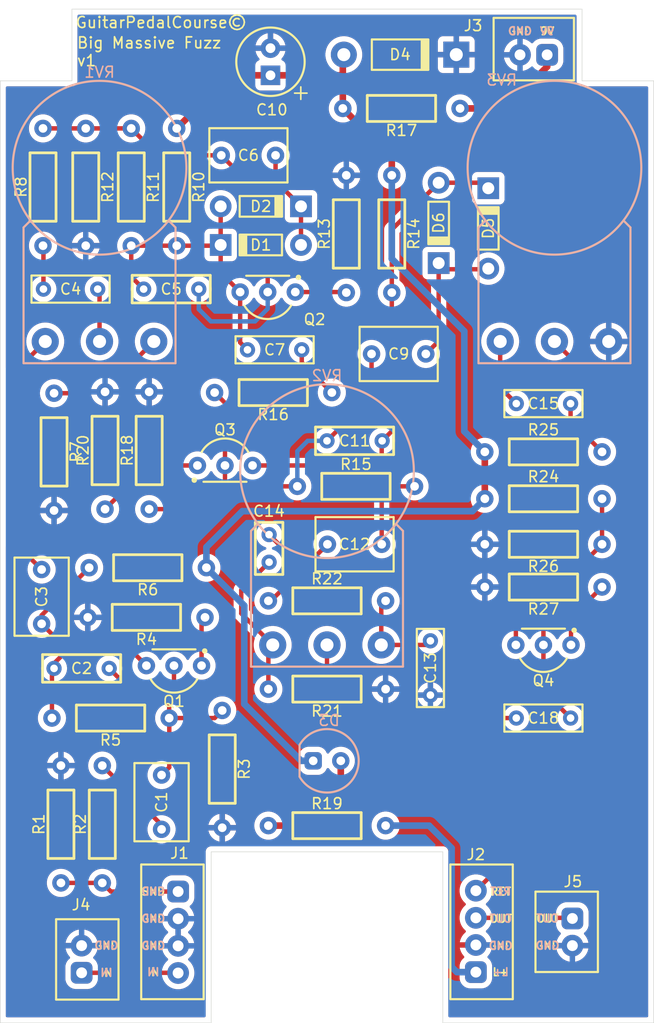
<source format=kicad_pcb>
(kicad_pcb (version 20241229) (generator "pcbnew") (generator_version "9.0")
  (layers (0 "F.Cu" signal) (2 "B.Cu" signal) (13 "F.Paste" user) (15 "B.Paste" user) (5 "F.SilkS" user "F.Silkscreen") (7 "B.SilkS" user "B.Silkscreen") (1 "F.Mask" user) (3 "B.Mask" user) (25 "Edge.Cuts" user))
  (net 0 "")
  (net 1 "Net-(C1-Pad1)")
  (net 2 "Net-(D1-A)")
  (net 3 "Net-(C2-Pad2)")
  (net 4 "Net-(D1-K)")
  (net 5 "/SEND")
  (net 6 "Net-(C4-Pad2)")
  (net 7 "Net-(C5-Pad1)")
  (net 8 "Net-(C1-Pad2)")
  (net 9 "Net-(C3-Pad2)")
  (net 10 "Net-(C4-Pad1)")
  (net 11 "Net-(C7-Pad2)")
  (net 12 "GND")
  (net 13 "Net-(D5-K)")
  (net 14 "/RETURN")
  (net 15 "+VA")
  (net 16 "Net-(C11-Pad1)")
  (net 17 "Net-(D3-K)")
  (net 18 "/IN")
  (net 19 "/LED+")
  (net 20 "/OUT")
  (net 21 "Net-(J3-Pad1)")
  (net 22 "Net-(D5-A)")
  (net 23 "Net-(Q2-PadE)")
  (net 24 "Net-(C12-Pad2)")
  (net 25 "Net-(C13-Pad2)")
  (net 26 "Net-(C14-Pad1)")
  (net 27 "Net-(C15-Pad2)")
  (net 28 "Net-(C15-Pad1)")
  (net 29 "Net-(C18-Pad2)")
  (net 30 "Net-(C18-Pad1)")
  (net 31 "Net-(Q1-PadE)")
  (net 32 "Net-(Q3-PadE)")
  (net 33 "Net-(Q4-PadE)")
  (net 34 "Net-(R7-Pad1)")
  (footprint "Wampler:RESISTOR_1_4W" (layer "F.Cu") (at 13.589 -62.738 180)
    (property "Reference" "R4" (at 0 -2.027 180) (layer "F.SilkS"))
    (property "Value" "100R")
    (pad "1" thru_hole circle (at -5.4 0 180) (size 1.6 1.6) (drill 0.8) (layers "*.Cu" "*.Mask") (net 31 "Net-(Q1-PadE)"))
    (pad "2" thru_hole circle (at 5.4 0 180) (size 1.6 1.6) (drill 0.8) (layers "*.Cu" "*.Mask") (net 12 "GND"))
  )
  (footprint "Wampler:RESISTOR_1_4W" (layer "F.Cu") (at 8.001 -102.362 -90)
    (property "Reference" "R12" (at 0 -2.027 270) (layer "F.SilkS"))
    (property "Value" "100k")
    (pad "1" thru_hole circle (at -5.4 0 270) (size 1.6 1.6) (drill 0.8) (layers "*.Cu" "*.Mask") (net 7 "Net-(C5-Pad1)"))
    (pad "2" thru_hole circle (at 5.4 0 270) (size 1.6 1.6) (drill 0.8) (layers "*.Cu" "*.Mask") (net 12 "GND"))
  )
  (footprint "Wampler:CONNECTOR_4" (layer "F.Cu") (at 16.51 -33.782 -90)
    (property "Reference" "J1" (at -7.239 -0.127 180) (layer "F.SilkS"))
    (property "Value" "~")
    (pad "1" thru_hole roundrect (at -3.71 0 270) (size 2 2) (drill 1) (layers "*.Cu" "*.Mask") (net 5 "/SEND"))
    (pad "2" thru_hole circle (at -1.21 0 270) (size 2 2) (drill 1) (layers "*.Cu" "*.Mask") (net 12 "GND"))
    (pad "3" thru_hole circle (at 1.29 0 270) (size 2 2) (drill 1) (layers "*.Cu" "*.Mask") (net 12 "GND"))
    (pad "4" thru_hole circle (at 3.79 0 270) (size 2 2) (drill 1) (layers "*.Cu" "*.Mask") (net 18 "/IN"))
  )
  (footprint "Wampler:RESISTOR_1_4W" (layer "F.Cu") (at 36.195 -98.044 -90)
    (property "Reference" "R14" (at 0 -2.027 270) (layer "F.SilkS"))
    (property "Value" "10k")
    (pad "1" thru_hole circle (at -5.4 0 270) (size 1.6 1.6) (drill 0.8) (layers "*.Cu" "*.Mask") (net 15 "+VA"))
    (pad "2" thru_hole circle (at 5.4 0 270) (size 1.6 1.6) (drill 0.8) (layers "*.Cu" "*.Mask") (net 22 "Net-(D5-A)"))
  )
  (footprint "Wampler:RESISTOR_1_4W" (layer "F.Cu") (at 5.08 -77.978 -90)
    (property "Reference" "R7" (at 0 -2.027 270) (layer "F.SilkS"))
    (property "Value" "1k")
    (pad "1" thru_hole circle (at -5.4 0 270) (size 1.6 1.6) (drill 0.8) (layers "*.Cu" "*.Mask") (net 34 "Net-(R7-Pad1)"))
    (pad "2" thru_hole circle (at 5.4 0 270) (size 1.6 1.6) (drill 0.8) (layers "*.Cu" "*.Mask") (net 12 "GND"))
  )
  (footprint "Wampler:RESISTOR_1_4W" (layer "F.Cu") (at 9.525 -43.688 90)
    (property "Reference" "R2" (at 0 -2.027 90) (layer "F.SilkS"))
    (property "Value" "39k")
    (pad "1" thru_hole circle (at -5.4 0 90) (size 1.6 1.6) (drill 0.8) (layers "*.Cu" "*.Mask") (net 5 "/SEND"))
    (pad "2" thru_hole circle (at 5.4 0 90) (size 1.6 1.6) (drill 0.8) (layers "*.Cu" "*.Mask") (net 1 "Net-(C1-Pad1)"))
  )
  (footprint "Wampler:CAP_FILM_1UF" (layer "F.Cu") (at 36.83 -86.995)
    (property "Reference" "C9" (at 0 0 0) (layer "F.SilkS"))
    (property "Value" "1u")
    (pad "1" thru_hole circle (at -2.5 0) (size 1.6 1.6) (drill 0.8) (layers "*.Cu" "*.Mask") (net 16 "Net-(C11-Pad1)"))
    (pad "2" thru_hole circle (at 2.5 0) (size 1.6 1.6) (drill 0.8) (layers "*.Cu" "*.Mask") (net 13 "Net-(D5-K)"))
  )
  (footprint "Wampler:RESISTOR_1_4W" (layer "F.Cu") (at 5.715 -43.688 90)
    (property "Reference" "R1" (at 0 -2.027 90) (layer "F.SilkS"))
    (property "Value" "1M")
    (pad "1" thru_hole circle (at -5.4 0 90) (size 1.6 1.6) (drill 0.8) (layers "*.Cu" "*.Mask") (net 5 "/SEND"))
    (pad "2" thru_hole circle (at 5.4 0 90) (size 1.6 1.6) (drill 0.8) (layers "*.Cu" "*.Mask") (net 12 "GND"))
  )
  (footprint "Wampler:RESISTOR_1_4W" (layer "F.Cu") (at 50.165 -77.978)
    (property "Reference" "R25" (at 0 -2.027 0) (layer "F.SilkS"))
    (property "Value" "15k")
    (pad "1" thru_hole circle (at -5.4 0) (size 1.6 1.6) (drill 0.8) (layers "*.Cu" "*.Mask") (net 15 "+VA"))
    (pad "2" thru_hole circle (at 5.4 0) (size 1.6 1.6) (drill 0.8) (layers "*.Cu" "*.Mask") (net 28 "Net-(C15-Pad1)"))
  )
  (footprint "Wampler:RESISTOR_1_4W" (layer "F.Cu") (at 50.165 -69.469 180)
    (property "Reference" "R26" (at 0 -2.027 180) (layer "F.SilkS"))
    (property "Value" "100k")
    (pad "1" thru_hole circle (at -5.4 0 180) (size 1.6 1.6) (drill 0.8) (layers "*.Cu" "*.Mask") (net 29 "Net-(C18-Pad2)"))
    (pad "2" thru_hole circle (at 5.4 0 180) (size 1.6 1.6) (drill 0.8) (layers "*.Cu" "*.Mask") (net 12 "GND"))
  )
  (footprint "Wampler:DIODE_1N4148" (layer "F.Cu") (at 24.13 -97.028 180)
    (property "Reference" "D1" (at 0 0 0) (layer "F.SilkS"))
    (property "Value" "1N4148")
    (pad "1" thru_hole circle (at -3.7 0 180) (size 2 2) (drill 1.1) (layers "*.Cu" "*.Mask") (net 4 "Net-(D1-K)"))
    (pad "2" thru_hole rect (at 3.7 0 180) (size 2 2) (drill 1.1) (layers "*.Cu" "*.Mask") (net 2 "Net-(D1-A)"))
  )
  (footprint "Wampler:CONNECTOR_2" (layer "F.Cu") (at 7.62 -31.242 90)
    (property "Reference" "J4" (at 5.0292 -0.0508 180) (layer "F.SilkS"))
    (property "Value" "~")
    (pad "1" thru_hole roundrect (at -1.23 0 90) (size 2 2) (drill 1) (layers "*.Cu" "*.Mask") (net 18 "/IN"))
    (pad "2" thru_hole circle (at 1.27 0 90) (size 2 2) (drill 1) (layers "*.Cu" "*.Mask") (net 12 "GND"))
  )
  (footprint "Wampler:CAP_FILM_1UF" (layer "F.Cu") (at 3.937 -64.643 90)
    (property "Reference" "C3" (at 0 0 90) (layer "F.SilkS"))
    (property "Value" "1u")
    (pad "1" thru_hole circle (at -2.5 0 90) (size 1.6 1.6) (drill 0.8) (layers "*.Cu" "*.Mask") (net 3 "Net-(C2-Pad2)"))
    (pad "2" thru_hole circle (at 2.5 0 90) (size 1.6 1.6) (drill 0.8) (layers "*.Cu" "*.Mask") (net 9 "Net-(C3-Pad2)"))
  )
  (footprint "Wampler:RESISTOR_1_4W" (layer "F.Cu") (at 30.226 -64.262)
    (property "Reference" "R22" (at 0 -2.027 0) (layer "F.SilkS"))
    (property "Value" "39k")
    (pad "1" thru_hole circle (at -5.4 0) (size 1.6 1.6) (drill 0.8) (layers "*.Cu" "*.Mask") (net 24 "Net-(C12-Pad2)"))
    (pad "2" thru_hole circle (at 5.4 0) (size 1.6 1.6) (drill 0.8) (layers "*.Cu" "*.Mask") (net 25 "Net-(C13-Pad2)"))
  )
  (footprint "Wampler:DIODE_1N4001" (layer "F.Cu") (at 36.957 -114.554)
    (property "Reference" "D4" (at 0 0 0) (layer "F.SilkS"))
    (property "Value" "1N4001")
    (pad "1" thru_hole circle (at -5.18 0) (size 2.4 2.4) (drill 1.2) (layers "*.Cu" "*.Mask") (net 15 "+VA"))
    (pad "2" thru_hole rect (at 5.18 0) (size 2.4 2.4) (drill 1.2) (layers "*.Cu" "*.Mask") (net 12 "GND"))
  )
  (footprint "Wampler:RESISTOR_1_4W" (layer "F.Cu") (at 4.064 -102.362 90)
    (property "Reference" "R8" (at 0 -2.027 90) (layer "F.SilkS"))
    (property "Value" "10k")
    (pad "1" thru_hole circle (at -5.4 0 90) (size 1.6 1.6) (drill 0.8) (layers "*.Cu" "*.Mask") (net 6 "Net-(C4-Pad2)"))
    (pad "2" thru_hole circle (at 5.4 0 90) (size 1.6 1.6) (drill 0.8) (layers "*.Cu" "*.Mask") (net 7 "Net-(C5-Pad1)"))
  )
  (footprint "Wampler:CAP_MLCC_3.9NF" (layer "F.Cu") (at 24.892 -69.088 180)
    (property "Reference" "C14" (at 0.015 3.429 0) (layer "F.SilkS"))
    (property "Value" "3.9n")
    (pad "1" thru_hole circle (at 0 -1.27 180) (size 1.4 1.4) (drill 0.7) (layers "*.Cu" "*.Mask") (net 26 "Net-(C14-Pad1)"))
    (pad "2" thru_hole circle (at 0 1.27 180) (size 1.4 1.4) (drill 0.7) (layers "*.Cu" "*.Mask") (net 24 "Net-(C12-Pad2)"))
  )
  (footprint "Wampler:RESISTOR_1_4W" (layer "F.Cu") (at 10.287 -53.467 180)
    (property "Reference" "R5" (at 0 -2.027 180) (layer "F.SilkS"))
    (property "Value" "470k")
    (pad "1" thru_hole circle (at -5.4 0 180) (size 1.6 1.6) (drill 0.8) (layers "*.Cu" "*.Mask") (net 8 "Net-(C1-Pad2)"))
    (pad "2" thru_hole circle (at 5.4 0 180) (size 1.6 1.6) (drill 0.8) (layers "*.Cu" "*.Mask") (net 3 "Net-(C2-Pad2)"))
  )
  (footprint "Wampler:RESISTOR_1_4W" (layer "F.Cu") (at 32.004 -98.044 90)
    (property "Reference" "R13" (at 0 -2.027 90) (layer "F.SilkS"))
    (property "Value" "150R")
    (pad "1" thru_hole circle (at -5.4 0 90) (size 1.6 1.6) (drill 0.8) (layers "*.Cu" "*.Mask") (net 23 "Net-(Q2-PadE)"))
    (pad "2" thru_hole circle (at 5.4 0 90) (size 1.6 1.6) (drill 0.8) (layers "*.Cu" "*.Mask") (net 12 "GND"))
  )
  (footprint "Wampler:CAP_MLCC_470PF" (layer "F.Cu") (at 7.62 -58.039 -90)
    (property "Reference" "C2" (at 0 0 0) (layer "F.SilkS"))
    (property "Value" "470p")
    (pad "1" thru_hole circle (at 0 -2.54 270) (size 1.4 1.4) (drill 0.7) (layers "*.Cu" "*.Mask") (net 8 "Net-(C1-Pad2)"))
    (pad "2" thru_hole circle (at 0 2.54 270) (size 1.4 1.4) (drill 0.7) (layers "*.Cu" "*.Mask") (net 3 "Net-(C2-Pad2)"))
  )
  (footprint "Wampler:CAP_ELEC_100UF" (layer "F.Cu") (at 25.019 -113.899 90)
    (property "Reference" "C10" (at -4.425 0.127 180) (layer "F.SilkS"))
    (property "Value" "100u 35V")
    (fp_text user "+" (at -3.917 3.556 90) (layer "F.SilkS") (effects (font (size 1.5 1.5)) (justify left bottom)))
    (pad "1" thru_hole rect (at -1.25 0 90) (size 1.8 1.8) (drill 0.9) (layers "*.Cu" "*.Mask") (net 15 "+VA"))
    (pad "2" thru_hole circle (at 1.25 0 90) (size 1.8 1.8) (drill 0.9) (layers "*.Cu" "*.Mask") (net 12 "GND"))
  )
  (footprint "Wampler:BJT_2N5088" (layer "F.Cu") (at 20.828 -76.72399)
    (property "Reference" "Q3" (at 0 -3.28402 0) (layer "F.SilkS"))
    (property "Value" "2N5088")
    (pad "B" thru_hole circle (at 0 0) (size 1.6 1.6) (drill 0.8) (layers "*.Cu" "*.Mask") (net 16 "Net-(C11-Pad1)"))
    (pad "C" thru_hole circle (at 2.54 0) (size 1.6 1.6) (drill 0.8) (layers "*.Cu" "*.Mask") (net 22 "Net-(D5-A)"))
    (pad "E" thru_hole circle (at -2.54 0) (size 1.6 1.6) (drill 0.8) (layers "*.Cu" "*.Mask") (net 32 "Net-(Q3-PadE)"))
  )
  (footprint "Wampler:RESISTOR_1_4W" (layer "F.Cu") (at 12.192 -102.362 -90)
    (property "Reference" "R11" (at 0 -2.027 270) (layer "F.SilkS"))
    (property "Value" "470k")
    (pad "1" thru_hole circle (at -5.4 0 270) (size 1.6 1.6) (drill 0.8) (layers "*.Cu" "*.Mask") (net 7 "Net-(C5-Pad1)"))
    (pad "2" thru_hole circle (at 5.4 0 270) (size 1.6 1.6) (drill 0.8) (layers "*.Cu" "*.Mask") (net 2 "Net-(D1-A)"))
  )
  (footprint "Wampler:CAP_FILM_100NF" (layer "F.Cu") (at 25.4 -87.376 90)
    (property "Reference" "C7" (at 0 0 0) (layer "F.SilkS"))
    (property "Value" "100n")
    (pad "1" thru_hole circle (at 0 -2.5 90) (size 1.4 1.4) (drill 0.7) (layers "*.Cu" "*.Mask") (net 2 "Net-(D1-A)"))
    (pad "2" thru_hole circle (at 0 2.5 90) (size 1.4 1.4) (drill 0.7) (layers "*.Cu" "*.Mask") (net 11 "Net-(C7-Pad2)"))
  )
  (footprint "Wampler:BJT_2N5088" (layer "F.Cu") (at 50.165 -60.198 180)
    (property "Reference" "Q4" (at 0 -3.28402 0) (layer "F.SilkS"))
    (property "Value" "2N5088")
    (pad "B" thru_hole circle (at 0 0 180) (size 1.6 1.6) (drill 0.8) (layers "*.Cu" "*.Mask") (net 29 "Net-(C18-Pad2)"))
    (pad "C" thru_hole circle (at 2.54 0 180) (size 1.6 1.6) (drill 0.8) (layers "*.Cu" "*.Mask") (net 28 "Net-(C15-Pad1)"))
    (pad "E" thru_hole circle (at -2.54 0 180) (size 1.6 1.6) (drill 0.8) (layers "*.Cu" "*.Mask") (net 33 "Net-(Q4-PadE)"))
  )
  (footprint "Wampler:RESISTOR_1_4W" (layer "F.Cu") (at 9.779 -78.105 90)
    (property "Reference" "R20" (at 0 -2.027 90) (layer "F.SilkS"))
    (property "Value" "150R")
    (pad "1" thru_hole circle (at -5.4 0 90) (size 1.6 1.6) (drill 0.8) (layers "*.Cu" "*.Mask") (net 32 "Net-(Q3-PadE)"))
    (pad "2" thru_hole circle (at 5.4 0 90) (size 1.6 1.6) (drill 0.8) (layers "*.Cu" "*.Mask") (net 12 "GND"))
  )
  (footprint "Wampler:CAP_MLCC_470PF" (layer "F.Cu") (at 32.766 -78.994 90)
    (property "Reference" "C11" (at 0 0 0) (layer "F.SilkS"))
    (property "Value" "470p")
    (pad "1" thru_hole circle (at 0 -2.54 90) (size 1.4 1.4) (drill 0.7) (layers "*.Cu" "*.Mask") (net 16 "Net-(C11-Pad1)"))
    (pad "2" thru_hole circle (at 0 2.54 90) (size 1.4 1.4) (drill 0.7) (layers "*.Cu" "*.Mask") (net 22 "Net-(D5-A)"))
  )
  (footprint "Wampler:RESISTOR_1_4W" (layer "F.Cu") (at 32.893 -74.803)
    (property "Reference" "R15" (at 0 -2.027 0) (layer "F.SilkS"))
    (property "Value" "470k")
    (pad "1" thru_hole circle (at -5.4 0) (size 1.6 1.6) (drill 0.8) (layers "*.Cu" "*.Mask") (net 16 "Net-(C11-Pad1)"))
    (pad "2" thru_hole circle (at 5.4 0) (size 1.6 1.6) (drill 0.8) (layers "*.Cu" "*.Mask") (net 22 "Net-(D5-A)"))
  )
  (footprint "Wampler:CONNECTOR_4" (layer "F.Cu") (at 43.942 -33.782 90)
    (property "Reference" "J2" (at 7.112 0 180) (layer "F.SilkS"))
    (property "Value" "~")
    (pad "1" thru_hole roundrect (at -3.71 0 90) (size 2 2) (drill 1) (layers "*.Cu" "*.Mask") (net 19 "/LED+"))
    (pad "2" thru_hole circle (at -1.21 0 90) (size 2 2) (drill 1) (layers "*.Cu" "*.Mask") (net 12 "GND"))
    (pad "3" thru_hole circle (at 1.29 0 90) (size 2 2) (drill 1) (layers "*.Cu" "*.Mask") (net 20 "/OUT"))
    (pad "4" thru_hole circle (at 3.79 0 90) (size 2 2) (drill 1) (layers "*.Cu" "*.Mask") (net 14 "/RETURN"))
  )
  (footprint "Wampler:RESISTOR_1_4W" (layer "F.Cu") (at 50.165 -65.532 180)
    (property "Reference" "R27" (at 0 -2.027 180) (layer "F.SilkS"))
    (property "Value" "3.3k")
    (pad "1" thru_hole circle (at -5.4 0 180) (size 1.6 1.6) (drill 0.8) (layers "*.Cu" "*.Mask") (net 33 "Net-(Q4-PadE)"))
    (pad "2" thru_hole circle (at 5.4 0 180) (size 1.6 1.6) (drill 0.8) (layers "*.Cu" "*.Mask") (net 12 "GND"))
  )
  (footprint "Wampler:BJT_2N5088" (layer "F.Cu") (at 24.765 -92.69401 180)
    (property "Reference" "Q2" (at -4.318 -2.52401 0) (layer "F.SilkS"))
    (property "Value" "2N5088")
    (pad "B" thru_hole circle (at 0 0 180) (size 1.6 1.6) (drill 0.8) (layers "*.Cu" "*.Mask") (net 7 "Net-(C5-Pad1)"))
    (pad "C" thru_hole circle (at 2.54 0 180) (size 1.6 1.6) (drill 0.8) (layers "*.Cu" "*.Mask") (net 2 "Net-(D1-A)"))
    (pad "E" thru_hole circle (at -2.54 0 180) (size 1.6 1.6) (drill 0.8) (layers "*.Cu" "*.Mask") (net 23 "Net-(Q2-PadE)"))
  )
  (footprint "Wampler:RESISTOR_1_4W" (layer "F.Cu") (at 37.084 -109.601 180)
    (property "Reference" "R17" (at 0 -2.027 180) (layer "F.SilkS"))
    (property "Value" "10R")
    (pad "1" thru_hole circle (at -5.4 0 180) (size 1.6 1.6) (drill 0.8) (layers "*.Cu" "*.Mask") (net 21 "Net-(J3-Pad1)"))
    (pad "2" thru_hole circle (at 5.4 0 180) (size 1.6 1.6) (drill 0.8) (layers "*.Cu" "*.Mask") (net 15 "+VA"))
  )
  (footprint "Wampler:CONNECTOR_2" (layer "F.Cu") (at 52.832 -33.782 -90)
    (property "Reference" "J5" (at -4.6228 -0.0508 180) (layer "F.SilkS"))
    (property "Value" "~")
    (pad "1" thru_hole roundrect (at -1.23 0 270) (size 2 2) (drill 1) (layers "*.Cu" "*.Mask") (net 20 "/OUT"))
    (pad "2" thru_hole circle (at 1.27 0 270) (size 2 2) (drill 1) (layers "*.Cu" "*.Mask") (net 12 "GND"))
  )
  (footprint "Wampler:CAP_MLCC_470PF" (layer "F.Cu") (at 15.875 -92.964 -90)
    (property "Reference" "C5" (at 0 0 0) (layer "F.SilkS"))
    (property "Value" "470p")
    (pad "1" thru_hole circle (at 0 -2.54 270) (size 1.4 1.4) (drill 0.7) (layers "*.Cu" "*.Mask") (net 7 "Net-(C5-Pad1)"))
    (pad "2" thru_hole circle (at 0 2.54 270) (size 1.4 1.4) (drill 0.7) (layers "*.Cu" "*.Mask") (net 2 "Net-(D1-A)"))
  )
  (footprint "Wampler:CAP_FILM_10NF" (layer "F.Cu") (at 39.751 -58.079 180)
    (property "Reference" "C13" (at 0 0 90) (layer "F.SilkS"))
    (property "Value" "10n")
    (pad "1" thru_hole circle (at 0 -2.5 180) (size 1.4 1.4) (drill 0.7) (layers "*.Cu" "*.Mask") (net 12 "GND"))
    (pad "2" thru_hole circle (at 0 2.5 180) (size 1.4 1.4) (drill 0.7) (layers "*.Cu" "*.Mask") (net 25 "Net-(C13-Pad2)"))
  )
  (footprint "Wampler:CAP_FILM_100NF" (layer "F.Cu") (at 50.165 -82.423 -90)
    (property "Reference" "C15" (at 0 0 0) (layer "F.SilkS"))
    (property "Value" "100n")
    (pad "1" thru_hole circle (at 0 -2.5 270) (size 1.4 1.4) (drill 0.7) (layers "*.Cu" "*.Mask") (net 28 "Net-(C15-Pad1)"))
    (pad "2" thru_hole circle (at 0 2.5 270) (size 1.4 1.4) (drill 0.7) (layers "*.Cu" "*.Mask") (net 27 "Net-(C15-Pad2)"))
  )
  (footprint "Wampler:CAP_FILM_1UF" (layer "F.Cu") (at 14.986 -45.72 90)
    (property "Reference" "C1" (at 0 0 90) (layer "F.SilkS"))
    (property "Value" "1u")
    (pad "1" thru_hole circle (at -2.5 0 90) (size 1.6 1.6) (drill 0.8) (layers "*.Cu" "*.Mask") (net 1 "Net-(C1-Pad1)"))
    (pad "2" thru_hole circle (at 2.5 0 90) (size 1.6 1.6) (drill 0.8) (layers "*.Cu" "*.Mask") (net 8 "Net-(C1-Pad2)"))
  )
  (footprint "Wampler:CAP_FILM_100NF" (layer "F.Cu") (at 50.165 -53.467 90)
    (property "Reference" "C18" (at 0 0 0) (layer "F.SilkS"))
    (property "Value" "100n")
    (pad "1" thru_hole circle (at 0 -2.5 90) (size 1.4 1.4) (drill 0.7) (layers "*.Cu" "*.Mask") (net 30 "Net-(C18-Pad1)"))
    (pad "2" thru_hole circle (at 0 2.5 90) (size 1.4 1.4) (drill 0.7) (layers "*.Cu" "*.Mask") (net 29 "Net-(C18-Pad2)"))
  )
  (footprint "Wampler:DIODE_1N4148" (layer "F.Cu") (at 40.513 -99.06 -90)
    (property "Reference" "D6" (at 0 0 90) (layer "F.SilkS"))
    (property "Value" "1N4148")
    (pad "1" thru_hole circle (at -3.7 0 270) (size 2 2) (drill 1.1) (layers "*.Cu" "*.Mask") (net 22 "Net-(D5-A)"))
    (pad "2" thru_hole rect (at 3.7 0 270) (size 2 2) (drill 1.1) (layers "*.Cu" "*.Mask") (net 13 "Net-(D5-K)"))
  )
  (footprint "Wampler:RESISTOR_1_4W" (layer "F.Cu") (at 50.165 -73.66)
    (property "Reference" "R24" (at 0 -2.027 0) (layer "F.SilkS"))
    (property "Value" "430k")
    (pad "1" thru_hole circle (at -5.4 0) (size 1.6 1.6) (drill 0.8) (layers "*.Cu" "*.Mask") (net 15 "+VA"))
    (pad "2" thru_hole circle (at 5.4 0) (size 1.6 1.6) (drill 0.8) (layers "*.Cu" "*.Mask") (net 29 "Net-(C18-Pad2)"))
  )
  (footprint "Wampler:RESISTOR_1_4W" (layer "F.Cu") (at 25.273 -83.439 180)
    (property "Reference" "R16" (at 0 -2.027 180) (layer "F.SilkS"))
    (property "Value" "10k")
    (pad "1" thru_hole circle (at -5.4 0 180) (size 1.6 1.6) (drill 0.8) (layers "*.Cu" "*.Mask") (net 11 "Net-(C7-Pad2)"))
    (pad "2" thru_hole circle (at 5.4 0 180) (size 1.6 1.6) (drill 0.8) (layers "*.Cu" "*.Mask") (net 16 "Net-(C11-Pad1)"))
  )
  (footprint "Wampler:RESISTOR_1_4W" (layer "F.Cu") (at 13.716 -67.31 180)
    (property "Reference" "R6" (at 0 -2.027 180) (layer "F.SilkS"))
    (property "Value" "10k")
    (pad "1" thru_hole circle (at -5.4 0 180) (size 1.6 1.6) (drill 0.8) (layers "*.Cu" "*.Mask") (net 15 "+VA"))
    (pad "2" thru_hole circle (at 5.4 0 180) (size 1.6 1.6) (drill 0.8) (layers "*.Cu" "*.Mask") (net 3 "Net-(C2-Pad2)"))
  )
  (footprint "Wampler:RESISTOR_1_4W" (layer "F.Cu") (at 30.226 -43.561)
    (property "Reference" "R19" (at 0 -2.027 0) (layer "F.SilkS"))
    (property "Value" "1k")
    (pad "1" thru_hole circle (at -5.4 0) (size 1.6 1.6) (drill 0.8) (layers "*.Cu" "*.Mask") (net 17 "Net-(D3-K)"))
    (pad "2" thru_hole circle (at 5.4 0) (size 1.6 1.6) (drill 0.8) (layers "*.Cu" "*.Mask") (net 19 "/LED+"))
  )
  (footprint "Wampler:CAP_FILM_1UF" (layer "F.Cu") (at 22.987 -105.283)
    (property "Reference" "C6" (at 0 0 0) (layer "F.SilkS"))
    (property "Value" "1u")
    (pad "1" thru_hole circle (at -2.5 0) (size 1.6 1.6) (drill 0.8) (layers "*.Cu" "*.Mask") (net 7 "Net-(C5-Pad1)"))
    (pad "2" thru_hole circle (at 2.5 0) (size 1.6 1.6) (drill 0.8) (layers "*.Cu" "*.Mask") (net 4 "Net-(D1-K)"))
  )
  (footprint "Wampler:DIODE_1N4148" (layer "F.Cu") (at 24.13 -100.584)
    (property "Reference" "D2" (at 0 0 0) (layer "F.SilkS"))
    (property "Value" "1N4148")
    (pad "1" thru_hole circle (at -3.7 0) (size 2 2) (drill 1.1) (layers "*.Cu" "*.Mask") (net 2 "Net-(D1-A)"))
    (pad "2" thru_hole rect (at 3.7 0) (size 2 2) (drill 1.1) (layers "*.Cu" "*.Mask") (net 4 "Net-(D1-K)"))
  )
  (footprint "Wampler:RESISTOR_1_4W" (layer "F.Cu") (at 13.843 -78.105 90)
    (property "Reference" "R18" (at 0 -2.027 90) (layer "F.SilkS"))
    (property "Value" "100k")
    (pad "1" thru_hole circle (at -5.4 0 90) (size 1.6 1.6) (drill 0.8) (layers "*.Cu" "*.Mask") (net 16 "Net-(C11-Pad1)"))
    (pad "2" thru_hole circle (at 5.4 0 90) (size 1.6 1.6) (drill 0.8) (layers "*.Cu" "*.Mask") (net 12 "GND"))
  )
  (footprint "Wampler:CONNECTOR_2" (layer "F.Cu") (at 49.276 -114.537 180)
    (property "Reference" "J3" (at 5.588 2.684 0) (layer "F.SilkS"))
    (property "Value" "~")
    (pad "1" thru_hole roundrect (at -1.23 0 180) (size 2 2) (drill 1) (layers "*.Cu" "*.Mask") (net 21 "Net-(J3-Pad1)"))
    (pad "2" thru_hole circle (at 1.27 0 180) (size 2 2) (drill 1) (layers "*.Cu" "*.Mask") (net 12 "GND"))
  )
  (footprint "Wampler:CAP_FILM_100NF" (layer "F.Cu") (at 6.604 -92.964 -90)
    (property "Reference" "C4" (at 0 0 0) (layer "F.SilkS"))
    (property "Value" "100n")
    (pad "1" thru_hole circle (at 0 -2.5 270) (size 1.4 1.4) (drill 0.7) (layers "*.Cu" "*.Mask") (net 10 "Net-(C4-Pad1)"))
    (pad "2" thru_hole circle (at 0 2.5 270) (size 1.4 1.4) (drill 0.7) (layers "*.Cu" "*.Mask") (net 6 "Net-(C4-Pad2)"))
  )
  (footprint "Wampler:BJT_2N5088" (layer "F.Cu") (at 16.129 -58.293 180)
    (property "Reference" "Q1" (at 0 -3.28402 0) (layer "F.SilkS"))
    (property "Value" "2N5088")
    (pad "B" thru_hole circle (at 0 0 180) (size 1.6 1.6) (drill 0.8) (layers "*.Cu" "*.Mask") (net 8 "Net-(C1-Pad2)"))
    (pad "C" thru_hole circle (at 2.54 0 180) (size 1.6 1.6) (drill 0.8) (layers "*.Cu" "*.Mask") (net 3 "Net-(C2-Pad2)"))
    (pad "E" thru_hole circle (at -2.54 0 180) (size 1.6 1.6) (drill 0.8) (layers "*.Cu" "*.Mask") (net 31 "Net-(Q1-PadE)"))
  )
  (footprint "Wampler:RESISTOR_1_4W" (layer "F.Cu") (at 16.383 -102.362 -90)
    (property "Reference" "R10" (at 0 -2.027 270) (layer "F.SilkS"))
    (property "Value" "10k")
    (pad "1" thru_hole circle (at -5.4 0 270) (size 1.6 1.6) (drill 0.8) (layers "*.Cu" "*.Mask") (net 15 "+VA"))
    (pad "2" thru_hole circle (at 5.4 0 270) (size 1.6 1.6) (drill 0.8) (layers "*.Cu" "*.Mask") (net 2 "Net-(D1-A)"))
  )
  (footprint "Wampler:DIODE_1N4148" (layer "F.Cu") (at 45.085 -98.552 90)
    (property "Reference" "D5" (at 0 0 90) (layer "F.SilkS"))
    (property "Value" "1N4148")
    (pad "1" thru_hole circle (at -3.7 0 90) (size 2 2) (drill 1.1) (layers "*.Cu" "*.Mask") (net 13 "Net-(D5-K)"))
    (pad "2" thru_hole rect (at 3.7 0 90) (size 2 2) (drill 1.1) (layers "*.Cu" "*.Mask") (net 22 "Net-(D5-A)"))
  )
  (footprint "Wampler:RESISTOR_1_4W" (layer "F.Cu") (at 20.574 -48.768 -90)
    (property "Reference" "R3" (at 0 -2.027 270) (layer "F.SilkS"))
    (property "Value" "47k")
    (pad "1" thru_hole circle (at -5.4 0 270) (size 1.6 1.6) (drill 0.8) (layers "*.Cu" "*.Mask") (net 8 "Net-(C1-Pad2)"))
    (pad "2" thru_hole circle (at 5.4 0 270) (size 1.6 1.6) (drill 0.8) (layers "*.Cu" "*.Mask") (net 12 "GND"))
  )
  (footprint "Wampler:CAP_FILM_1UF" (layer "F.Cu") (at 32.766 -69.469 180)
    (property "Reference" "C12" (at 0 0 0) (layer "F.SilkS"))
    (property "Value" "1u")
    (pad "1" thru_hole circle (at -2.5 0 180) (size 1.6 1.6) (drill 0.8) (layers "*.Cu" "*.Mask") (net 22 "Net-(D5-A)"))
    (pad "2" thru_hole circle (at 2.5 0 180) (size 1.6 1.6) (drill 0.8) (layers "*.Cu" "*.Mask") (net 24 "Net-(C12-Pad2)"))
  )
  (footprint "Wampler:RESISTOR_1_4W" (layer "F.Cu") (at 30.226 -56.134 180)
    (property "Reference" "R21" (at 0 -2.027 180) (layer "F.SilkS"))
    (property "Value" "22k")
    (pad "1" thru_hole circle (at -5.4 0 180) (size 1.6 1.6) (drill 0.8) (layers "*.Cu" "*.Mask") (net 12 "GND"))
    (pad "2" thru_hole circle (at 5.4 0 180) (size 1.6 1.6) (drill 0.8) (layers "*.Cu" "*.Mask") (net 26 "Net-(C14-Pad1)"))
  )
  (footprint "Wampler:POT_16MM_RA" (layer "B.Cu") (at 9.271 -104.14 180)
    (property "Reference" "RV1" (at 0 8.8 0) (layer "B.SilkS") (effects (justify mirror)))
    (property "Value" "100KB")
    (pad "1" thru_hole circle (at -5 -16 180) (size 2.5 2.5) (drill 1.2) (layers "*.Cu" "*.Mask") (net 34 "Net-(R7-Pad1)"))
    (pad "2" thru_hole circle (at 0 -16 180) (size 2.5 2.5) (drill 1.2) (layers "*.Cu" "*.Mask") (net 10 "Net-(C4-Pad1)"))
    (pad "3" thru_hole circle (at 5 -16 180) (size 2.5 2.5) (drill 1.2) (layers "*.Cu" "*.Mask") (net 9 "Net-(C3-Pad2)"))
  )
  (footprint "Wampler:POT_16MM_RA" (layer "B.Cu") (at 51.181 -104.14 180)
    (property "Reference" "RV3" (at 4.858305 8.077998 0) (layer "B.SilkS") (effects (justify mirror)))
    (property "Value" "100KA")
    (pad "1" thru_hole circle (at -5 -16 180) (size 2.5 2.5) (drill 1.2) (layers "*.Cu" "*.Mask") (net 12 "GND"))
    (pad "2" thru_hole circle (at 0 -16 180) (size 2.5 2.5) (drill 1.2) (layers "*.Cu" "*.Mask") (net 14 "/RETURN"))
    (pad "3" thru_hole circle (at 5 -16 180) (size 2.5 2.5) (drill 1.2) (layers "*.Cu" "*.Mask") (net 27 "Net-(C15-Pad2)"))
  )
  (footprint "Wampler:LED_5MM" (layer "B.Cu") (at 30.226 -49.53 180)
    (property "Reference" "D3" (at -0.195603 3.72 0) (layer "B.SilkS") (effects (justify mirror)))
    (property "Value" "LED")
    (pad "1" thru_hole circle (at -1.27 0 180) (size 1.6 1.6) (drill 0.8) (layers "*.Cu" "*.Mask") (net 17 "Net-(D3-K)"))
    (pad "2" thru_hole roundrect (at 1.27 0 180) (size 1.6 1.6) (drill 0.8) (layers "*.Cu" "*.Mask") (net 15 "+VA"))
  )
  (footprint "Wampler:POT_16MM_RA" (layer "B.Cu") (at 30.226 -76.2 180)
    (property "Reference" "RV2" (at 0 8.8 0) (layer "B.SilkS") (effects (justify mirror)))
    (property "Value" "100KB")
    (pad "1" thru_hole circle (at -5 -16 180) (size 2.5 2.5) (drill 1.2) (layers "*.Cu" "*.Mask") (net 25 "Net-(C13-Pad2)"))
    (pad "2" thru_hole circle (at 0 -16 180) (size 2.5 2.5) (drill 1.2) (layers "*.Cu" "*.Mask") (net 30 "Net-(C18-Pad1)"))
    (pad "3" thru_hole circle (at 5 -16 180) (size 2.5 2.5) (drill 1.2) (layers "*.Cu" "*.Mask") (net 26 "Net-(C14-Pad1)"))
  )
  (gr_line (start 53.721 -112.141) (end 60.325 -112.141) (stroke (width 0.0508)) (layer "Edge.Cuts"))
  (gr_line (start 6.731 -112.141) (end 6.731 -118.745) (stroke (width 0.0508)) (layer "Edge.Cuts"))
  (gr_line (start 40.894 -41.148) (end 40.894 -25.4) (stroke (width 0.0508)) (layer "Edge.Cuts"))
  (gr_line (start 60.325 -25.4) (end 60.325 -112.141) (stroke (width 0.0508)) (layer "Edge.Cuts"))
  (gr_line (start 6.731 -118.745) (end 53.721 -118.745) (stroke (width 0.0508)) (layer "Edge.Cuts"))
  (gr_line (start 40.894 -25.4) (end 60.325 -25.4) (stroke (width 0.0508)) (layer "Edge.Cuts"))
  (gr_line (start 19.558 -41.148) (end 40.894 -41.148) (stroke (width 0.0508)) (layer "Edge.Cuts"))
  (gr_line (start 0.127 -25.4) (end 0.127 -112.141) (stroke (width 0.0508)) (layer "Edge.Cuts"))
  (gr_line (start 53.721 -118.745) (end 53.721 -112.141) (stroke (width 0.0508)) (layer "Edge.Cuts"))
  (gr_line (start 19.558 -41.148) (end 19.558 -25.4) (stroke (width 0.0508)) (layer "Edge.Cuts"))
  (gr_line (start 19.558 -25.4) (end 0.127 -25.4) (stroke (width 0.0508)) (layer "Edge.Cuts"))
  (gr_line (start 0.127 -112.141) (end 6.731 -112.141) (stroke (width 0.0508)) (layer "Edge.Cuts"))
  (gr_text "9V" (at 50.506 -116.713 0) (layer "F.SilkS") (effects (font (size 0.7112 0.7112) (thickness 0.1524) (bold yes))))
  (gr_text "GND" (at 9.906 -32.512 0) (layer "F.SilkS") (effects (font (size 0.7112 0.7112) (thickness 0.1524) (bold yes))))
  (gr_text "OUT" (at 46.228 -34.992 0) (layer "F.SilkS") (effects (font (size 0.7112 0.7112) (thickness 0.1524) (bold yes))))
  (gr_text "RET" (at 46.228 -37.492 0) (layer "F.SilkS") (effects (font (size 0.7112 0.7112) (thickness 0.1524) (bold yes))))
  (gr_text "GuitarPedalCourse©" (at 6.985 -118.11 0) (layer "F.SilkS") (effects (font (size 1.016 1.016) (thickness 0.1524)) (justify left top)))
  (gr_text "OUT" (at 50.546 -35.012 0) (layer "F.SilkS") (effects (font (size 0.7112 0.7112) (thickness 0.1524) (bold yes))))
  (gr_text "IN" (at 14.224 -30.072 0) (layer "F.SilkS") (effects (font (size 0.7112 0.7112) (thickness 0.1524) (bold yes))))
  (gr_text "GND" (at 14.224 -32.492 0) (layer "F.SilkS") (effects (font (size 0.7112 0.7112) (thickness 0.1524) (bold yes))))
  (gr_text "Big Massive Fuzz\nv1" (at 7.112 -113.411 0) (layer "F.SilkS") (effects (font (size 1.016 1.016) (thickness 0.1524)) (justify left bottom)))
  (gr_text "GND" (at 46.228 -32.492 0) (layer "F.SilkS") (effects (font (size 0.7112 0.7112) (thickness 0.1524) (bold yes))))
  (gr_text "GND" (at 48.006 -116.713 0) (layer "F.SilkS") (effects (font (size 0.7112 0.7112) (thickness 0.1524) (bold yes))))
  (gr_text "L+" (at 46.228 -30.072 0) (layer "F.SilkS") (effects (font (size 0.7112 0.7112) (thickness 0.1524) (bold yes))))
  (gr_text "GND" (at 14.224 -34.992 0) (layer "F.SilkS") (effects (font (size 0.7112 0.7112) (thickness 0.1524) (bold yes))))
  (gr_text "GND" (at 50.546 -32.512 0) (layer "F.SilkS") (effects (font (size 0.7112 0.7112) (thickness 0.1524) (bold yes))))
  (gr_text "SND" (at 14.224 -37.492 0) (layer "F.SilkS") (effects (font (size 0.7112 0.7112) (thickness 0.1524) (bold yes))))
  (gr_text "IN" (at 9.906 -30.012 0) (layer "F.SilkS") (effects (font (size 0.7112 0.7112) (thickness 0.1524) (bold yes))))
  (gr_text "OUT" (at 46.228 -35.0028 0) (layer "B.SilkS") (effects (font (size 0.7112 0.7112) (thickness 0.1524) (bold yes)) (justify mirror)))
  (gr_text "GND" (at 14.224 -32.5028 0) (layer "B.SilkS") (effects (font (size 0.7112 0.7112) (thickness 0.1524) (bold yes)) (justify mirror)))
  (gr_text "IN" (at 9.906 -30.0228 0) (layer "B.SilkS") (effects (font (size 0.7112 0.7112) (thickness 0.1524) (bold yes)) (justify mirror)))
  (gr_text "IN" (at 14.224 -30.0828 0) (layer "B.SilkS") (effects (font (size 0.7112 0.7112) (thickness 0.1524) (bold yes)) (justify mirror)))
  (gr_text "SND" (at 14.224 -37.5028 0) (layer "B.SilkS") (effects (font (size 0.7112 0.7112) (thickness 0.1524) (bold yes)) (justify mirror)))
  (gr_text "GND" (at 50.546 -32.5228 0) (layer "B.SilkS") (effects (font (size 0.7112 0.7112) (thickness 0.1524) (bold yes)) (justify mirror)))
  (gr_text "OUT" (at 50.546 -35.0228 0) (layer "B.SilkS") (effects (font (size 0.7112 0.7112) (thickness 0.1524) (bold yes)) (justify mirror)))
  (gr_text "GND" (at 9.906 -32.5228 0) (layer "B.SilkS") (effects (font (size 0.7112 0.7112) (thickness 0.1524) (bold yes)) (justify mirror)))
  (gr_text "GND" (at 48.006 -116.7238 0) (layer "B.SilkS") (effects (font (size 0.7112 0.7112) (thickness 0.1524) (bold yes)) (justify mirror)))
  (gr_text "RET" (at 46.228 -37.5028 0) (layer "B.SilkS") (effects (font (size 0.7112 0.7112) (thickness 0.1524) (bold yes)) (justify mirror)))
  (gr_text "GND" (at 46.228 -32.5028 0) (layer "B.SilkS") (effects (font (size 0.7112 0.7112) (thickness 0.1524) (bold yes)) (justify mirror)))
  (gr_text "GND" (at 14.224 -35.0028 0) (layer "B.SilkS") (effects (font (size 0.7112 0.7112) (thickness 0.1524) (bold yes)) (justify mirror)))
  (gr_text "L+" (at 46.228 -30.0828 0) (layer "B.SilkS") (effects (font (size 0.7112 0.7112) (thickness 0.1524) (bold yes)) (justify mirror)))
  (gr_text "9V" (at 50.506 -116.7238 0) (layer "B.SilkS") (effects (font (size 0.7112 0.7112) (thickness 0.1524) (bold yes)) (justify mirror)))
  (segment (start 9.525 -49.088) (end 14.986 -43.627) (width 0.4064) (layer "F.Cu") (net 1))
  (segment (start 14.986 -43.627) (end 14.986 -43.22) (width 0.4064) (layer "F.Cu") (net 1))
  (segment (start 20.364 -96.962) (end 20.43 -97.028) (width 0.4064) (layer "F.Cu") (net 2))
  (segment (start 22.225 -88.051) (end 22.9 -87.376) (width 0.4064) (layer "F.Cu") (net 2))
  (segment (start 20.43 -97.028) (end 20.43 -94.48901) (width 0.4064) (layer "F.Cu") (net 2))
  (segment (start 20.43 -97.028) (end 20.43 -100.584) (width 0.4064) (layer "F.Cu") (net 2))
  (segment (start 22.225 -92.69401) (end 22.225 -88.051) (width 0.4064) (layer "F.Cu") (net 2))
  (segment (start 12.192 -94.107) (end 13.335 -92.964) (width 0.4064) (layer "F.Cu") (net 2))
  (segment (start 20.43 -94.48901) (end 22.225 -92.69401) (width 0.4064) (layer "F.Cu") (net 2))
  (segment (start 12.192 -96.962) (end 16.383 -96.962) (width 0.4064) (layer "F.Cu") (net 2))
  (segment (start 16.383 -96.962) (end 20.364 -96.962) (width 0.4064) (layer "F.Cu") (net 2))
  (segment (start 12.192 -96.962) (end 12.192 -94.107) (width 0.4064) (layer "F.Cu") (net 2))
  (segment (start 12.0904 -59.7916) (end 6.8326 -59.7916) (width 0.4064) (layer "F.Cu") (net 3))
  (segment (start 3.937 -62.931) (end 8.316 -67.31) (width 0.4064) (layer "F.Cu") (net 3))
  (segment (start 6.8326 -59.7916) (end 6.2884 -59.7916) (width 0.4064) (layer "F.Cu") (net 3))
  (segment (start 6.3754 -59.7916) (end 5.08 -58.4962) (width 0.4064) (layer "F.Cu") (net 3))
  (segment (start 4.887 -57.6682) (end 4.887 -53.467) (width 0.4064) (layer "F.Cu") (net 3))
  (segment (start 5.08 -58.039) (end 5.08 -57.8612) (width 0.4064) (layer "F.Cu") (net 3))
  (segment (start 6.8326 -59.7916) (end 6.3754 -59.7916) (width 0.4064) (layer "F.Cu") (net 3))
  (segment (start 13.589 -58.293) (end 12.0904 -59.7916) (width 0.4064) (layer "F.Cu") (net 3))
  (segment (start 5.08 -57.8612) (end 4.887 -57.6682) (width 0.4064) (layer "F.Cu") (net 3))
  (segment (start 6.2884 -59.7916) (end 3.937 -62.143) (width 0.4064) (layer "F.Cu") (net 3))
  (segment (start 5.08 -58.4962) (end 5.08 -58.039) (width 0.4064) (layer "F.Cu") (net 3))
  (segment (start 3.937 -62.143) (end 3.937 -62.931) (width 0.4064) (layer "F.Cu") (net 3))
  (segment (start 25.487 -105.283) (end 25.487 -102.927) (width 0.4064) (layer "F.Cu") (net 4))
  (segment (start 25.487 -102.927) (end 27.83 -100.584) (width 0.4064) (layer "F.Cu") (net 4))
  (segment (start 27.83 -100.584) (end 27.83 -97.028) (width 0.4064) (layer "F.Cu") (net 4))
  (segment (start 9.525 -38.288) (end 5.715 -38.288) (width 0.4064) (layer "F.Cu") (net 5))
  (segment (start 10.321 -37.492) (end 9.525 -38.288) (width 0.4064) (layer "F.Cu") (net 5))
  (segment (start 16.51 -37.492) (end 10.321 -37.492) (width 0.4064) (layer "F.Cu") (net 5))
  (segment (start 4.104 -92.964) (end 4.104 -96.922) (width 0.4064) (layer "F.Cu") (net 6))
  (segment (start 4.104 -96.922) (end 4.064 -96.962) (width 0.4064) (layer "F.Cu") (net 6))
  (segment (start 4.064 -107.762) (end 8.001 -107.762) (width 0.4064) (layer "F.Cu") (net 7))
  (segment (start 24.765 -101.005) (end 24.765 -92.69401) (width 0.4064) (layer "F.Cu") (net 7))
  (segment (start 8.001 -107.762) (end 12.192 -107.762) (width 0.4064) (layer "F.Cu") (net 7))
  (segment (start 14.671 -105.283) (end 20.487 -105.283) (width 0.4064) (layer "F.Cu") (net 7))
  (segment (start 12.192 -107.762) (end 14.671 -105.283) (width 0.4064) (layer "F.Cu") (net 7))
  (segment (start 20.487 -105.283) (end 24.765 -101.005) (width 0.4064) (layer "F.Cu") (net 7))
  (segment (start 18.415 -91.1098) (end 18.415 -92.964) (width 0.4064) (layer "B.Cu") (net 7))
  (segment (start 24.765 -91.1606) (end 23.5966 -89.9922) (width 0.4064) (layer "B.Cu") (net 7))
  (segment (start 19.5326 -89.9922) (end 18.415 -91.1098) (width 0.4064) (layer "B.Cu") (net 7))
  (segment (start 23.5966 -89.9922) (end 19.5326 -89.9922) (width 0.4064) (layer "B.Cu") (net 7))
  (segment (start 24.765 -92.69401) (end 24.765 -91.1606) (width 0.4064) (layer "B.Cu") (net 7))
  (segment (start 15.687 -53.467) (end 19.873 -53.467) (width 0.4064) (layer "F.Cu") (net 8))
  (segment (start 15.687 -55.8952) (end 12.3038 -55.8952) (width 0.4064) (layer "F.Cu") (net 8))
  (segment (start 15.6972 -48.9312) (end 15.6972 -53.4568) (width 0.4064) (layer "F.Cu") (net 8))
  (segment (start 15.6972 -53.4568) (end 15.687 -53.467) (width 0.4064) (layer "F.Cu") (net 8))
  (segment (start 12.3038 -55.8952) (end 10.16 -58.039) (width 0.4064) (layer "F.Cu") (net 8))
  (segment (start 19.873 -53.467) (end 20.574 -54.168) (width 0.4064) (layer "F.Cu") (net 8))
  (segment (start 15.687 -55.8952) (end 16.129 -56.3372) (width 0.4064) (layer "F.Cu") (net 8))
  (segment (start 14.986 -48.22) (end 15.6972 -48.9312) (width 0.4064) (layer "F.Cu") (net 8))
  (segment (start 16.129 -56.3372) (end 16.129 -58.293) (width 0.4064) (layer "F.Cu") (net 8))
  (segment (start 15.687 -53.467) (end 15.687 -55.8952) (width 0.4064) (layer "F.Cu") (net 8))
  (segment (start 1.4986 -85.3676) (end 4.271 -88.14) (width 0.4064) (layer "F.Cu") (net 9))
  (segment (start 3.937 -67.143) (end 1.4986 -69.5814) (width 0.4064) (layer "F.Cu") (net 9))
  (segment (start 1.4986 -69.5814) (end 1.4986 -85.3676) (width 0.4064) (layer "F.Cu") (net 9))
  (segment (start 9.271 -92.797) (end 9.104 -92.964) (width 0.4064) (layer "F.Cu") (net 10))
  (segment (start 9.271 -88.14) (end 9.271 -92.797) (width 0.4064) (layer "F.Cu") (net 10))
  (segment (start 27.9 -87.376) (end 27.9 -86.212) (width 0.4064) (layer "F.Cu") (net 11))
  (segment (start 27.9 -86.212) (end 30.673 -83.439) (width 0.4064) (layer "F.Cu") (net 11))
  (segment (start 40.513 -95.36) (end 40.513 -88.178) (width 0.4064) (layer "F.Cu") (net 13))
  (segment (start 45.0258 -94.7928) (end 45.085 -94.852) (width 0.4064) (layer "F.Cu") (net 13))
  (segment (start 41.0802 -94.7928) (end 45.0258 -94.7928) (width 0.4064) (layer "F.Cu") (net 13))
  (segment (start 40.513 -88.178) (end 39.33 -86.995) (width 0.4064) (layer "F.Cu") (net 13))
  (segment (start 40.513 -95.36) (end 41.0802 -94.7928) (width 0.4064) (layer "F.Cu") (net 13))
  (segment (start 59.0296 -52.6596) (end 59.0296 -80.2914) (width 0.4064) (layer "F.Cu") (net 14))
  (segment (start 43.942 -37.572) (end 59.0296 -52.6596) (width 0.4064) (layer "F.Cu") (net 14))
  (segment (start 59.0296 -80.2914) (end 51.181 -88.14) (width 0.4064) (layer "F.Cu") (net 14))
  (segment (start 44.765 -73.66) (end 44.765 -77.978) (width 0.6096) (layer "F.Cu") (net 15))
  (segment (start 31.684 -112.6236) (end 31.684 -114.461) (width 0.6096) (layer "F.Cu") (net 15))
  (segment (start 25.019 -112.649) (end 21.27 -112.649) (width 0.6096) (layer "F.Cu") (net 15))
  (segment (start 21.27 -112.649) (end 16.383 -107.762) (width 0.6096) (layer "F.Cu") (net 15))
  (segment (start 36.195 -105.09) (end 31.684 -109.601) (width 0.6096) (layer "F.Cu") (net 15))
  (segment (start 31.684 -109.601) (end 31.684 -112.6236) (width 0.6096) (layer "F.Cu") (net 15))
  (segment (start 36.195 -103.444) (end 36.195 -105.09) (width 0.6096) (layer "F.Cu") (net 15))
  (segment (start 31.684 -114.461) (end 31.777 -114.554) (width 0.6096) (layer "F.Cu") (net 15))
  (segment (start 31.6586 -112.649) (end 31.684 -112.6236) (width 0.6096) (layer "F.Cu") (net 15))
  (segment (start 25.019 -112.649) (end 31.6586 -112.649) (width 0.6096) (layer "F.Cu") (net 15))
  (segment (start 42.8752 -79.8678) (end 42.8752 -89.0778) (width 0.6096) (layer "B.Cu") (net 15))
  (segment (start 44.765 -77.978) (end 42.8752 -79.8678) (width 0.6096) (layer "B.Cu") (net 15))
  (segment (start 42.8752 -89.0778) (end 36.195 -95.758) (width 0.6096) (layer "B.Cu") (net 15))
  (segment (start 43.622 -72.517) (end 44.765 -73.66) (width 0.6096) (layer "B.Cu") (net 15))
  (segment (start 28.956 -49.53) (end 27.8384 -49.53) (width 0.6096) (layer "B.Cu") (net 15))
  (segment (start 36.195 -95.758) (end 36.195 -103.444) (width 0.6096) (layer "B.Cu") (net 15))
  (segment (start 27.8384 -49.53) (end 22.606 -54.7624) (width 0.6096) (layer "B.Cu") (net 15))
  (segment (start 19.116 -69.2048) (end 22.4282 -72.517) (width 0.6096) (layer "B.Cu") (net 15))
  (segment (start 19.116 -67.31) (end 19.116 -69.2048) (width 0.6096) (layer "B.Cu") (net 15))
  (segment (start 22.606 -63.82) (end 19.116 -67.31) (width 0.6096) (layer "B.Cu") (net 15))
  (segment (start 22.4282 -72.517) (end 43.622 -72.517) (width 0.6096) (layer "B.Cu") (net 15))
  (segment (start 22.606 -54.7624) (end 22.606 -63.82) (width 0.6096) (layer "B.Cu") (net 15))
  (segment (start 34.33 -83.098) (end 34.33 -86.995) (width 0.4064) (layer "F.Cu") (net 16))
  (segment (start 13.843 -72.705) (end 18.8062 -72.705) (width 0.4064) (layer "F.Cu") (net 16))
  (segment (start 20.9042 -74.803) (end 20.828 -74.8792) (width 0.4064) (layer "F.Cu") (net 16))
  (segment (start 20.828 -76.72399) (end 20.828 -82.484) (width 0.4064) (layer "F.Cu") (net 16))
  (segment (start 30.226 -78.994) (end 34.33 -83.098) (width 0.4064) (layer "F.Cu") (net 16))
  (segment (start 20.828 -82.484) (end 19.873 -83.439) (width 0.4064) (layer "F.Cu") (net 16))
  (segment (start 20.828 -74.8792) (end 20.828 -76.72399) (width 0.4064) (layer "F.Cu") (net 16))
  (segment (start 20.9042 -74.803) (end 27.493 -74.803) (width 0.4064) (layer "F.Cu") (net 16))
  (segment (start 18.8062 -72.705) (end 20.9042 -74.803) (width 0.4064) (layer "F.Cu") (net 16))
  (segment (start 27.493 -78.039) (end 27.493 -74.803) (width 0.4064) (layer "B.Cu") (net 16))
  (segment (start 30.226 -78.994) (end 28.448 -78.994) (width 0.4064) (layer "B.Cu") (net 16))
  (segment (start 28.448 -78.994) (end 27.493 -78.039) (width 0.4064) (layer "B.Cu") (net 16))
  (segment (start 27.8892 -43.561) (end 31.496 -47.1678) (width 0.6096) (layer "F.Cu") (net 17))
  (segment (start 31.496 -47.1678) (end 31.496 -49.53) (width 0.6096) (layer "F.Cu") (net 17))
  (segment (start 24.826 -43.561) (end 27.8892 -43.561) (width 0.6096) (layer "F.Cu") (net 17))
  (segment (start 7.62 -30.012) (end 16.49 -30.012) (width 0.4064) (layer "F.Cu") (net 18))
  (segment (start 42.191 -30.072) (end 43.942 -30.072) (width 0.6096) (layer "B.Cu") (net 19))
  (segment (start 39.631887 -43.561) (end 41.7078 -41.485087) (width 0.6096) (layer "B.Cu") (net 19))
  (segment (start 41.7078 -30.5552) (end 42.191 -30.072) (width 0.6096) (layer "B.Cu") (net 19))
  (segment (start 35.626 -43.561) (end 39.631887 -43.561) (width 0.6096) (layer "B.Cu") (net 19))
  (segment (start 41.7078 -41.485087) (end 41.7078 -30.5552) (width 0.6096) (layer "B.Cu") (net 19))
  (segment (start 43.942 -35.072) (end 52.772 -35.072) (width 0.4064) (layer "F.Cu") (net 20))
  (segment (start 46.6598 -109.601) (end 50.506 -113.4472) (width 0.6096) (layer "F.Cu") (net 21))
  (segment (start 50.506 -113.4472) (end 50.506 -114.537) (width 0.6096) (layer "F.Cu") (net 21))
  (segment (start 42.484 -109.601) (end 46.6598 -109.601) (width 0.6096) (layer "F.Cu") (net 21))
  (segment (start 23.368 -76.72399) (end 35.15499 -76.72399) (width 0.4064) (layer "F.Cu") (net 22))
  (segment (start 44.577 -102.76) (end 45.085 -102.252) (width 0.4064) (layer "F.Cu") (net 22))
  (segment (start 36.195 -92.644) (end 36.195 -79.883) (width 0.4064) (layer "F.Cu") (net 22))
  (segment (start 40.513 -102.76) (end 36.195 -98.442) (width 0.4064) (layer "F.Cu") (net 22))
  (segment (start 38.293 -74.803) (end 35.3676 -74.803) (width 0.4064) (layer "F.Cu") (net 22))
  (segment (start 35.306 -78.994) (end 35.306 -78.9178) (width 0.4064) (layer "F.Cu") (net 22))
  (segment (start 36.195 -98.442) (end 36.195 -92.644) (width 0.4064) (layer "F.Cu") (net 22))
  (segment (start 35.266 -76.835) (end 35.266 -74.7014) (width 0.4064) (layer "F.Cu") (net 22))
  (segment (start 35.3676 -74.803) (end 35.266 -74.7014) (width 0.4064) (layer "F.Cu") (net 22))
  (segment (start 40.513 -102.76) (end 44.577 -102.76) (width 0.4064) (layer "F.Cu") (net 22))
  (segment (start 35.266 -78.8778) (end 35.266 -76.835) (width 0.4064) (layer "F.Cu") (net 22))
  (segment (start 35.306 -78.9178) (end 35.266 -78.8778) (width 0.4064) (layer "F.Cu") (net 22))
  (segment (start 36.195 -79.883) (end 35.306 -78.994) (width 0.4064) (layer "F.Cu") (net 22))
  (segment (start 35.15499 -76.72399) (end 35.266 -76.835) (width 0.4064) (layer "F.Cu") (net 22))
  (segment (start 35.266 -74.7014) (end 35.266 -69.469) (width 0.4064) (layer "F.Cu") (net 22))
  (segment (start 31.95399 -92.69401) (end 32.004 -92.644) (width 0.4064) (layer "F.Cu") (net 23))
  (segment (start 27.305 -92.69401) (end 31.95399 -92.69401) (width 0.4064) (layer "F.Cu") (net 23))
  (segment (start 30.266 -69.469) (end 28.0108 -67.2138) (width 0.4064) (layer "F.Cu") (net 24))
  (segment (start 28.0108 -67.2138) (end 25.059 -64.262) (width 0.4064) (layer "F.Cu") (net 24))
  (segment (start 28.0108 -67.2392) (end 28.0108 -67.2138) (width 0.4064) (layer "F.Cu") (net 24))
  (segment (start 25.059 -64.262) (end 24.826 -64.262) (width 0.4064) (layer "F.Cu") (net 24))
  (segment (start 24.892 -70.358) (end 28.0108 -67.2392) (width 0.4064) (layer "F.Cu") (net 24))
  (segment (start 35.226 -60.2) (end 39.372 -60.2) (width 0.4064) (layer "F.Cu") (net 25))
  (segment (start 35.226 -60.2) (end 35.226 -63.862) (width 0.4064) (layer "F.Cu") (net 25))
  (segment (start 35.226 -63.862) (end 35.626 -64.262) (width 0.4064) (layer "F.Cu") (net 25))
  (segment (start 39.372 -60.2) (end 39.751 -60.579) (width 0.4064) (layer "F.Cu") (net 25))
  (segment (start 24.826 -59.8) (end 25.226 -60.2) (width 0.4064) (layer "F.Cu") (net 26))
  (segment (start 22.3266 -63.0994) (end 25.226 -60.2) (width 0.4064) (layer "F.Cu") (net 26))
  (segment (start 24.892 -67.818) (end 22.3266 -65.2526) (width 0.4064) (layer "F.Cu") (net 26))
  (segment (start 24.826 -56.134) (end 24.826 -59.8) (width 0.4064) (layer "F.Cu") (net 26))
  (segment (start 22.3266 -65.2526) (end 22.3266 -63.0994) (width 0.4064) (layer "F.Cu") (net 26))
  (segment (start 46.181 -88.14) (end 46.181 -83.907) (width 0.4064) (layer "F.Cu") (net 27))
  (segment (start 46.181 -83.907) (end 47.665 -82.423) (width 0.4064) (layer "F.Cu") (net 27))
  (segment (start 52.665 -80.878) (end 53.627 -79.916) (width 0.4064) (layer "F.Cu") (net 28))
  (segment (start 52.665 -82.423) (end 52.665 -80.878) (width 0.4064) (layer "F.Cu") (net 28))
  (segment (start 47.625 -73.914) (end 47.625 -60.198) (width 0.4064) (layer "F.Cu") (net 28))
  (segment (start 53.627 -79.916) (end 55.565 -77.978) (width 0.4064) (layer "F.Cu") (net 28))
  (segment (start 53.627 -79.916) (end 47.625 -73.914) (width 0.4064) (layer "F.Cu") (net 28))
  (segment (start 50.165 -60.198) (end 50.165 -55.967) (width 0.4064) (layer "F.Cu") (net 29))
  (segment (start 50.165 -64.069) (end 55.565 -69.469) (width 0.4064) (layer "F.Cu") (net 29))
  (segment (start 50.165 -60.198) (end 50.165 -64.069) (width 0.4064) (layer "F.Cu") (net 29))
  (segment (start 50.165 -55.967) (end 52.665 -53.467) (width 0.4064) (layer "F.Cu") (net 29))
  (segment (start 55.565 -73.66) (end 55.565 -69.469) (width 0.4064) (layer "F.Cu") (net 29))
  (segment (start 33.0454 -53.467) (end 47.665 -53.467) (width 0.4064) (layer "F.Cu") (net 30))
  (segment (start 30.226 -56.2864) (end 33.0454 -53.467) (width 0.4064) (layer "F.Cu") (net 30))
  (segment (start 30.226 -60.2) (end 30.226 -56.2864) (width 0.4064) (layer "F.Cu") (net 30))
  (segment (start 18.669 -58.293) (end 18.669 -62.418) (width 0.4064) (layer "F.Cu") (net 31))
  (segment (start 18.669 -62.418) (end 18.989 -62.738) (width 0.4064) (layer "F.Cu") (net 31))
  (segment (start 9.779 -72.705) (end 13.79799 -76.72399) (width 0.4064) (layer "F.Cu") (net 32))
  (segment (start 13.79799 -76.72399) (end 18.288 -76.72399) (width 0.4064) (layer "F.Cu") (net 32))
  (segment (start 52.705 -62.672) (end 55.565 -65.532) (width 0.4064) (layer "F.Cu") (net 33))
  (segment (start 52.705 -60.198) (end 52.705 -62.672) (width 0.4064) (layer "F.Cu") (net 33))
  (segment (start 11.8814 -85.7504) (end 9.144 -85.7504) (width 0.4064) (layer "F.Cu") (net 34))
  (segment (start 9.144 -85.7504) (end 6.7716 -83.378) (width 0.4064) (layer "F.Cu") (net 34))
  (segment (start 14.271 -88.14) (end 11.8814 -85.7504) (width 0.4064) (layer "F.Cu") (net 34))
  (segment (start 6.7716 -83.378) (end 5.08 -83.378) (width 0.4064) (layer "F.Cu") (net 34))
  (zone (net 12) (net_name "GND") (layers "F.Cu" "B.Cu") (connect_pads (clearance 0.5)) (min_thickness 0.25) (fill yes (thermal_gap 0.5) (thermal_bridge_width 0.5))
    (polygon (pts (xy 0.127 -25.4) (xy 19.558 -25.4) (xy 19.558 -41.148) (xy 40.894 -41.148) (xy 40.894 -25.4) (xy 60.325 -25.4) (xy 60.325 -112.141) (xy 53.721 -112.141) (xy 53.721 -118.745) (xy 6.731 -118.745) (xy 6.731 -112.141) (xy 0.127 -112.141)))
  )
)
</source>
